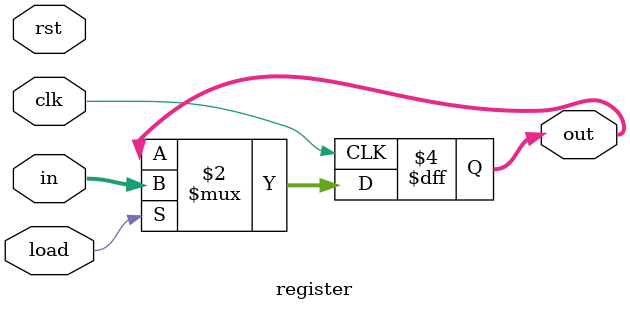
<source format=v>
module register(load, in, clk, rst, out);
    parameter integer WIDTH = 32;
    input [WIDTH-1:0] in;
    input load, clk, rst;
    output reg [WIDTH-1:0] out;

    always @(posedge clk) begin
        if (load) begin
            out <= in;
        end
    end

endmodule
</source>
